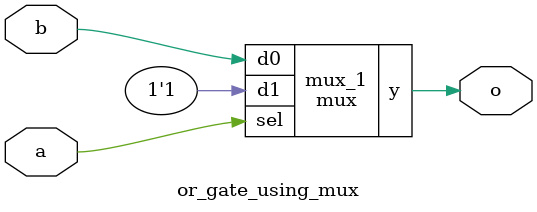
<source format=sv>

module mux
(
  input  d0, d1,
  input  sel,
  output y
);

  assign y = sel ? d1 : d0;

endmodule

//----------------------------------------------------------------------------
// Task
//----------------------------------------------------------------------------

module or_gate_using_mux
(
    input  a,
    input  b,
    output o
);

  // Task:

  // Implement or gate using instance(s) of mux,
  // constants 0 and 1, and wire connections

  mux mux_1(b, 1, a, o);

endmodule

</source>
